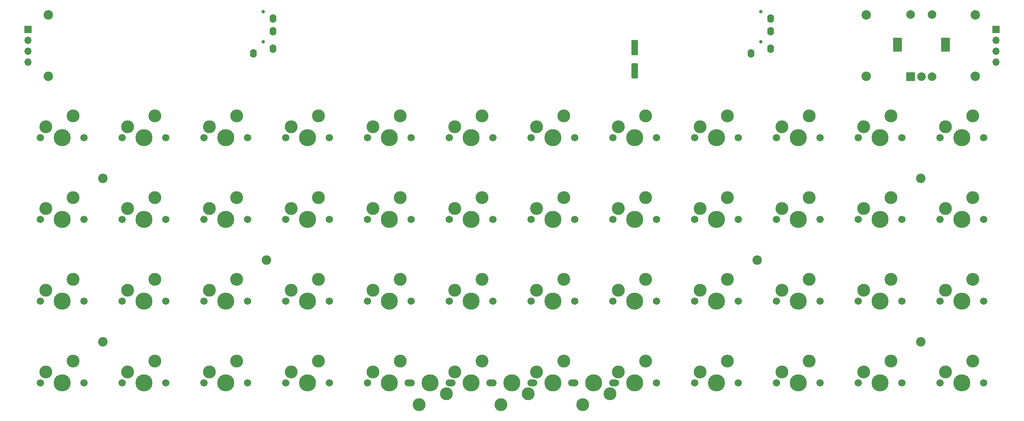
<source format=gbr>
%TF.GenerationSoftware,KiCad,Pcbnew,(6.0.4-0)*%
%TF.CreationDate,2022-09-28T21:01:25-05:00*%
%TF.ProjectId,mongus48,6d6f6e67-7573-4343-982e-6b696361645f,rev?*%
%TF.SameCoordinates,Original*%
%TF.FileFunction,Soldermask,Top*%
%TF.FilePolarity,Negative*%
%FSLAX46Y46*%
G04 Gerber Fmt 4.6, Leading zero omitted, Abs format (unit mm)*
G04 Created by KiCad (PCBNEW (6.0.4-0)) date 2022-09-28 21:01:25*
%MOMM*%
%LPD*%
G01*
G04 APERTURE LIST*
G04 Aperture macros list*
%AMRoundRect*
0 Rectangle with rounded corners*
0 $1 Rounding radius*
0 $2 $3 $4 $5 $6 $7 $8 $9 X,Y pos of 4 corners*
0 Add a 4 corners polygon primitive as box body*
4,1,4,$2,$3,$4,$5,$6,$7,$8,$9,$2,$3,0*
0 Add four circle primitives for the rounded corners*
1,1,$1+$1,$2,$3*
1,1,$1+$1,$4,$5*
1,1,$1+$1,$6,$7*
1,1,$1+$1,$8,$9*
0 Add four rect primitives between the rounded corners*
20,1,$1+$1,$2,$3,$4,$5,0*
20,1,$1+$1,$4,$5,$6,$7,0*
20,1,$1+$1,$6,$7,$8,$9,0*
20,1,$1+$1,$8,$9,$2,$3,0*%
G04 Aperture macros list end*
%ADD10C,1.701800*%
%ADD11C,3.000000*%
%ADD12C,3.987800*%
%ADD13C,2.200000*%
%ADD14C,0.800000*%
%ADD15O,1.600000X2.000000*%
%ADD16R,1.700000X1.700000*%
%ADD17O,1.700000X1.700000*%
%ADD18RoundRect,0.250000X-0.550000X1.500000X-0.550000X-1.500000X0.550000X-1.500000X0.550000X1.500000X0*%
%ADD19R,2.000000X2.000000*%
%ADD20C,2.000000*%
%ADD21R,2.000000X3.200000*%
G04 APERTURE END LIST*
D10*
%TO.C,SW28*%
X94932500Y-111918750D03*
X105092500Y-111918750D03*
D11*
X102552500Y-106838750D03*
D12*
X100012500Y-111918750D03*
D11*
X96202500Y-109378750D03*
%TD*%
%TO.C,SW38*%
X58102500Y-128428750D03*
X64452500Y-125888750D03*
D12*
X61912500Y-130968750D03*
D10*
X56832500Y-130968750D03*
X66992500Y-130968750D03*
%TD*%
%TO.C,SW39*%
X75882500Y-130968750D03*
D11*
X77152500Y-128428750D03*
D10*
X86042500Y-130968750D03*
D11*
X83502500Y-125888750D03*
D12*
X80962500Y-130968750D03*
%TD*%
D13*
%TO.C,H6*%
X242887500Y-83343750D03*
%TD*%
D10*
%TO.C,SW50*%
X171767500Y-130968750D03*
D11*
X164147500Y-136048750D03*
X170497500Y-133508750D03*
D10*
X161607500Y-130968750D03*
D12*
X166687500Y-130968750D03*
%TD*%
D11*
%TO.C,SW11*%
X235902500Y-68738750D03*
X229552500Y-71278750D03*
D10*
X238442500Y-73818750D03*
X228282500Y-73818750D03*
D12*
X233362500Y-73818750D03*
%TD*%
D13*
%TO.C,H4*%
X255587500Y-59531250D03*
%TD*%
D12*
%TO.C,SW27*%
X80962500Y-111918750D03*
D11*
X77152500Y-109378750D03*
D10*
X75882500Y-111918750D03*
X86042500Y-111918750D03*
D11*
X83502500Y-106838750D03*
%TD*%
D12*
%TO.C,SW32*%
X176212500Y-111918750D03*
D11*
X172402500Y-109378750D03*
X178752500Y-106838750D03*
D10*
X181292500Y-111918750D03*
X171132500Y-111918750D03*
%TD*%
D11*
%TO.C,SW26*%
X58102500Y-109378750D03*
D10*
X66992500Y-111918750D03*
X56832500Y-111918750D03*
D11*
X64452500Y-106838750D03*
D12*
X61912500Y-111918750D03*
%TD*%
D10*
%TO.C,SW8*%
X171132500Y-73818750D03*
D11*
X172402500Y-71278750D03*
D10*
X181292500Y-73818750D03*
D11*
X178752500Y-68738750D03*
D12*
X176212500Y-73818750D03*
%TD*%
D10*
%TO.C,SW33*%
X190182500Y-111918750D03*
D12*
X195262500Y-111918750D03*
D11*
X191452500Y-109378750D03*
X197802500Y-106838750D03*
D10*
X200342500Y-111918750D03*
%TD*%
%TO.C,SW35*%
X238442500Y-111918750D03*
D11*
X229552500Y-109378750D03*
D12*
X233362500Y-111918750D03*
D10*
X228282500Y-111918750D03*
D11*
X235902500Y-106838750D03*
%TD*%
D13*
%TO.C,H1*%
X39687500Y-45243750D03*
%TD*%
D12*
%TO.C,SW19*%
X157162500Y-92868750D03*
D10*
X152082500Y-92868750D03*
D11*
X153352500Y-90328750D03*
D10*
X162242500Y-92868750D03*
D11*
X159702500Y-87788750D03*
%TD*%
%TO.C,SW12*%
X254952500Y-68738750D03*
D10*
X247332500Y-73818750D03*
X257492500Y-73818750D03*
D11*
X248602500Y-71278750D03*
D12*
X252412500Y-73818750D03*
%TD*%
D13*
%TO.C,H11*%
X230187500Y-45243750D03*
%TD*%
D10*
%TO.C,SW44*%
X181292500Y-130968750D03*
D12*
X176212500Y-130968750D03*
D11*
X172402500Y-128428750D03*
X178752500Y-125888750D03*
D10*
X171132500Y-130968750D03*
%TD*%
D12*
%TO.C,SW22*%
X214312500Y-92868750D03*
D11*
X210502500Y-90328750D03*
X216852500Y-87788750D03*
D10*
X219392500Y-92868750D03*
X209232500Y-92868750D03*
%TD*%
D12*
%TO.C,SW49*%
X147637500Y-130968750D03*
D11*
X145097500Y-136048750D03*
D10*
X152717500Y-130968750D03*
D11*
X151447500Y-133508750D03*
D10*
X142557500Y-130968750D03*
%TD*%
D11*
%TO.C,SW6*%
X134302500Y-71278750D03*
D10*
X133032500Y-73818750D03*
D11*
X140652500Y-68738750D03*
D10*
X143192500Y-73818750D03*
D12*
X138112500Y-73818750D03*
%TD*%
D10*
%TO.C,SW17*%
X124142500Y-92868750D03*
D11*
X115252500Y-90328750D03*
X121602500Y-87788750D03*
D10*
X113982500Y-92868750D03*
D12*
X119062500Y-92868750D03*
%TD*%
D11*
%TO.C,SW42*%
X134302500Y-128428750D03*
D10*
X133032500Y-130968750D03*
X143192500Y-130968750D03*
D12*
X138112500Y-130968750D03*
D11*
X140652500Y-125888750D03*
%TD*%
D10*
%TO.C,SW7*%
X152082500Y-73818750D03*
D11*
X153352500Y-71278750D03*
X159702500Y-68738750D03*
D10*
X162242500Y-73818750D03*
D12*
X157162500Y-73818750D03*
%TD*%
%TO.C,SW45*%
X195262500Y-130968750D03*
D10*
X190182500Y-130968750D03*
D11*
X197802500Y-125888750D03*
X191452500Y-128428750D03*
D10*
X200342500Y-130968750D03*
%TD*%
%TO.C,SW15*%
X75882500Y-92868750D03*
X86042500Y-92868750D03*
D11*
X83502500Y-87788750D03*
X77152500Y-90328750D03*
D12*
X80962500Y-92868750D03*
%TD*%
%TO.C,SW47*%
X233362500Y-130968750D03*
D11*
X229552500Y-128428750D03*
D10*
X238442500Y-130968750D03*
X228282500Y-130968750D03*
D11*
X235902500Y-125888750D03*
%TD*%
D10*
%TO.C,SW4*%
X105092500Y-73818750D03*
X94932500Y-73818750D03*
D11*
X102552500Y-68738750D03*
X96202500Y-71278750D03*
D12*
X100012500Y-73818750D03*
%TD*%
%TO.C,SW37*%
X42862500Y-130968750D03*
D10*
X47942500Y-130968750D03*
D11*
X45402500Y-125888750D03*
D10*
X37782500Y-130968750D03*
D11*
X39052500Y-128428750D03*
%TD*%
%TO.C,SW29*%
X115252500Y-109378750D03*
D12*
X119062500Y-111918750D03*
D11*
X121602500Y-106838750D03*
D10*
X113982500Y-111918750D03*
X124142500Y-111918750D03*
%TD*%
D12*
%TO.C,SW23*%
X233362500Y-92868750D03*
D11*
X235902500Y-87788750D03*
X229552500Y-90328750D03*
D10*
X228282500Y-92868750D03*
X238442500Y-92868750D03*
%TD*%
D13*
%TO.C,H7*%
X90487500Y-102393750D03*
%TD*%
D11*
%TO.C,SW1*%
X39052500Y-71278750D03*
X45402500Y-68738750D03*
D10*
X47942500Y-73818750D03*
X37782500Y-73818750D03*
D12*
X42862500Y-73818750D03*
%TD*%
D10*
%TO.C,SW51*%
X123507500Y-130968750D03*
D11*
X126047500Y-136048750D03*
D10*
X133667500Y-130968750D03*
D11*
X132397500Y-133508750D03*
D12*
X128587500Y-130968750D03*
%TD*%
D13*
%TO.C,H10*%
X242887500Y-121443750D03*
%TD*%
D11*
%TO.C,SW20*%
X172402500Y-90328750D03*
D10*
X171132500Y-92868750D03*
D11*
X178752500Y-87788750D03*
D12*
X176212500Y-92868750D03*
D10*
X181292500Y-92868750D03*
%TD*%
D12*
%TO.C,SW25*%
X42862500Y-111918750D03*
D10*
X37782500Y-111918750D03*
D11*
X39052500Y-109378750D03*
D10*
X47942500Y-111918750D03*
D11*
X45402500Y-106838750D03*
%TD*%
D14*
%TO.C,U5*%
X205581250Y-51462500D03*
X205581250Y-44462500D03*
D15*
X203281250Y-54162500D03*
X207881250Y-53062500D03*
X207881250Y-49062500D03*
X207881250Y-46062500D03*
%TD*%
D16*
%TO.C,J2*%
X34925000Y-48587500D03*
D17*
X34925000Y-51127500D03*
X34925000Y-53667500D03*
X34925000Y-56207500D03*
%TD*%
D18*
%TO.C,C1*%
X176212500Y-52862500D03*
X176212500Y-58262500D03*
%TD*%
D19*
%TO.C,RSW1*%
X240506250Y-59637500D03*
D20*
X245506250Y-59637500D03*
X243006250Y-59637500D03*
D21*
X248606250Y-52137500D03*
X237406250Y-52137500D03*
D20*
X245506250Y-45137500D03*
X240506250Y-45137500D03*
%TD*%
D11*
%TO.C,SW9*%
X197802500Y-68738750D03*
D12*
X195262500Y-73818750D03*
D11*
X191452500Y-71278750D03*
D10*
X200342500Y-73818750D03*
X190182500Y-73818750D03*
%TD*%
%TO.C,SW34*%
X219392500Y-111918750D03*
D11*
X210502500Y-109378750D03*
D10*
X209232500Y-111918750D03*
D12*
X214312500Y-111918750D03*
D11*
X216852500Y-106838750D03*
%TD*%
D10*
%TO.C,SW46*%
X219392500Y-130968750D03*
D11*
X210502500Y-128428750D03*
D12*
X214312500Y-130968750D03*
D10*
X209232500Y-130968750D03*
D11*
X216852500Y-125888750D03*
%TD*%
D10*
%TO.C,SW40*%
X94932500Y-130968750D03*
D11*
X102552500Y-125888750D03*
X96202500Y-128428750D03*
D10*
X105092500Y-130968750D03*
D12*
X100012500Y-130968750D03*
%TD*%
D10*
%TO.C,SW14*%
X56832500Y-92868750D03*
D11*
X58102500Y-90328750D03*
D10*
X66992500Y-92868750D03*
D12*
X61912500Y-92868750D03*
D11*
X64452500Y-87788750D03*
%TD*%
D13*
%TO.C,H12*%
X230187500Y-59531250D03*
%TD*%
D16*
%TO.C,J1*%
X260350000Y-48587500D03*
D17*
X260350000Y-51127500D03*
X260350000Y-53667500D03*
X260350000Y-56207500D03*
%TD*%
D13*
%TO.C,H5*%
X52387500Y-83343750D03*
%TD*%
D11*
%TO.C,SW36*%
X248602500Y-109378750D03*
D10*
X257492500Y-111918750D03*
D11*
X254952500Y-106838750D03*
D12*
X252412500Y-111918750D03*
D10*
X247332500Y-111918750D03*
%TD*%
%TO.C,SW3*%
X86042500Y-73818750D03*
D12*
X80962500Y-73818750D03*
D11*
X77152500Y-71278750D03*
X83502500Y-68738750D03*
D10*
X75882500Y-73818750D03*
%TD*%
D11*
%TO.C,SW43*%
X153352500Y-128428750D03*
X159702500Y-125888750D03*
D10*
X152082500Y-130968750D03*
D12*
X157162500Y-130968750D03*
D10*
X162242500Y-130968750D03*
%TD*%
%TO.C,SW30*%
X133032500Y-111918750D03*
D11*
X134302500Y-109378750D03*
D12*
X138112500Y-111918750D03*
D11*
X140652500Y-106838750D03*
D10*
X143192500Y-111918750D03*
%TD*%
D12*
%TO.C,SW10*%
X214312500Y-73818750D03*
D10*
X209232500Y-73818750D03*
D11*
X216852500Y-68738750D03*
X210502500Y-71278750D03*
D10*
X219392500Y-73818750D03*
%TD*%
%TO.C,SW21*%
X190182500Y-92868750D03*
D11*
X197802500Y-87788750D03*
D12*
X195262500Y-92868750D03*
D10*
X200342500Y-92868750D03*
D11*
X191452500Y-90328750D03*
%TD*%
D12*
%TO.C,SW2*%
X61912500Y-73818750D03*
D11*
X64452500Y-68738750D03*
D10*
X66992500Y-73818750D03*
X56832500Y-73818750D03*
D11*
X58102500Y-71278750D03*
%TD*%
%TO.C,SW48*%
X254952500Y-125888750D03*
X248602500Y-128428750D03*
D10*
X257492500Y-130968750D03*
D12*
X252412500Y-130968750D03*
D10*
X247332500Y-130968750D03*
%TD*%
D13*
%TO.C,H3*%
X39687500Y-59531250D03*
%TD*%
D10*
%TO.C,SW24*%
X257492500Y-92868750D03*
D11*
X248602500Y-90328750D03*
D12*
X252412500Y-92868750D03*
D10*
X247332500Y-92868750D03*
D11*
X254952500Y-87788750D03*
%TD*%
D14*
%TO.C,U4*%
X89693750Y-51462500D03*
X89693750Y-44462500D03*
D15*
X87393750Y-54162500D03*
X91993750Y-53062500D03*
X91993750Y-49062500D03*
X91993750Y-46062500D03*
%TD*%
D13*
%TO.C,H8*%
X204787500Y-102393750D03*
%TD*%
D11*
%TO.C,SW41*%
X121602500Y-125888750D03*
D10*
X113982500Y-130968750D03*
D11*
X115252500Y-128428750D03*
D12*
X119062500Y-130968750D03*
D10*
X124142500Y-130968750D03*
%TD*%
D11*
%TO.C,SW31*%
X153352500Y-109378750D03*
X159702500Y-106838750D03*
D10*
X152082500Y-111918750D03*
D12*
X157162500Y-111918750D03*
D10*
X162242500Y-111918750D03*
%TD*%
D13*
%TO.C,H2*%
X255587500Y-45243750D03*
%TD*%
D12*
%TO.C,SW18*%
X138112500Y-92868750D03*
D10*
X133032500Y-92868750D03*
D11*
X140652500Y-87788750D03*
D10*
X143192500Y-92868750D03*
D11*
X134302500Y-90328750D03*
%TD*%
D12*
%TO.C,SW16*%
X100012500Y-92868750D03*
D11*
X96202500Y-90328750D03*
D10*
X94932500Y-92868750D03*
D11*
X102552500Y-87788750D03*
D10*
X105092500Y-92868750D03*
%TD*%
D12*
%TO.C,SW13*%
X42862500Y-92868750D03*
D10*
X37782500Y-92868750D03*
X47942500Y-92868750D03*
D11*
X45402500Y-87788750D03*
X39052500Y-90328750D03*
%TD*%
D13*
%TO.C,H9*%
X52387500Y-121443750D03*
%TD*%
D11*
%TO.C,SW5*%
X115252500Y-71278750D03*
X121602500Y-68738750D03*
D10*
X124142500Y-73818750D03*
D12*
X119062500Y-73818750D03*
D10*
X113982500Y-73818750D03*
%TD*%
M02*

</source>
